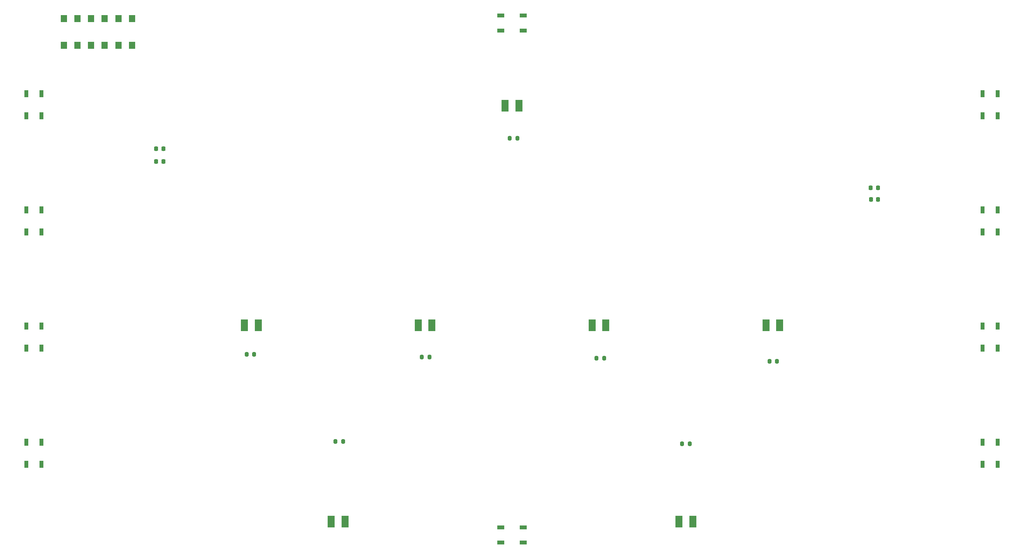
<source format=gtp>
G04 #@! TF.GenerationSoftware,KiCad,Pcbnew,7.0.8*
G04 #@! TF.CreationDate,2023-11-04T04:32:00-07:00*
G04 #@! TF.ProjectId,picovoltexv2,7069636f-766f-46c7-9465-7876322e6b69,rev?*
G04 #@! TF.SameCoordinates,Original*
G04 #@! TF.FileFunction,Paste,Top*
G04 #@! TF.FilePolarity,Positive*
%FSLAX46Y46*%
G04 Gerber Fmt 4.6, Leading zero omitted, Abs format (unit mm)*
G04 Created by KiCad (PCBNEW 7.0.8) date 2023-11-04 04:32:00*
%MOMM*%
%LPD*%
G01*
G04 APERTURE LIST*
G04 Aperture macros list*
%AMRoundRect*
0 Rectangle with rounded corners*
0 $1 Rounding radius*
0 $2 $3 $4 $5 $6 $7 $8 $9 X,Y pos of 4 corners*
0 Add a 4 corners polygon primitive as box body*
4,1,4,$2,$3,$4,$5,$6,$7,$8,$9,$2,$3,0*
0 Add four circle primitives for the rounded corners*
1,1,$1+$1,$2,$3*
1,1,$1+$1,$4,$5*
1,1,$1+$1,$6,$7*
1,1,$1+$1,$8,$9*
0 Add four rect primitives between the rounded corners*
20,1,$1+$1,$2,$3,$4,$5,0*
20,1,$1+$1,$4,$5,$6,$7,0*
20,1,$1+$1,$6,$7,$8,$9,0*
20,1,$1+$1,$8,$9,$2,$3,0*%
G04 Aperture macros list end*
%ADD10R,0.900000X1.500000*%
%ADD11R,1.500000X0.900000*%
%ADD12RoundRect,0.200000X-0.200000X-0.275000X0.200000X-0.275000X0.200000X0.275000X-0.200000X0.275000X0*%
%ADD13RoundRect,0.200000X0.200000X0.275000X-0.200000X0.275000X-0.200000X-0.275000X0.200000X-0.275000X0*%
%ADD14R,1.500000X2.600000*%
%ADD15R,1.400000X1.650000*%
%ADD16RoundRect,0.225000X0.225000X0.250000X-0.225000X0.250000X-0.225000X-0.250000X0.225000X-0.250000X0*%
%ADD17RoundRect,0.225000X-0.225000X-0.250000X0.225000X-0.250000X0.225000X0.250000X-0.225000X0.250000X0*%
G04 APERTURE END LIST*
D10*
X46250000Y-60870000D03*
X49550000Y-60870000D03*
X49550000Y-55970000D03*
X46250000Y-55970000D03*
X46250000Y-86270000D03*
X49550000Y-86270000D03*
X49550000Y-81370000D03*
X46250000Y-81370000D03*
X46250000Y-111670000D03*
X49550000Y-111670000D03*
X49550000Y-106770000D03*
X46250000Y-106770000D03*
X46250000Y-137070000D03*
X49550000Y-137070000D03*
X49550000Y-132170000D03*
X46250000Y-132170000D03*
D11*
X154850000Y-154170000D03*
X154850000Y-150870000D03*
X149950000Y-150870000D03*
X149950000Y-154170000D03*
D10*
X258550000Y-132170000D03*
X255250000Y-132170000D03*
X255250000Y-137070000D03*
X258550000Y-137070000D03*
X258550000Y-106770000D03*
X255250000Y-106770000D03*
X255250000Y-111670000D03*
X258550000Y-111670000D03*
X258550000Y-81370000D03*
X255250000Y-81370000D03*
X255250000Y-86270000D03*
X258550000Y-86270000D03*
X258550000Y-55970000D03*
X255250000Y-55970000D03*
X255250000Y-60870000D03*
X258550000Y-60870000D03*
D11*
X149950000Y-38870000D03*
X149950000Y-42170000D03*
X154850000Y-42170000D03*
X154850000Y-38870000D03*
D12*
X94375000Y-113020000D03*
X96025000Y-113020000D03*
D13*
X153570000Y-65720000D03*
X151920000Y-65720000D03*
X172545000Y-113820000D03*
X170895000Y-113820000D03*
D14*
X188900000Y-149600000D03*
X191900000Y-149600000D03*
D15*
X54400000Y-45445000D03*
X54400000Y-39595000D03*
X57400000Y-45445000D03*
X57400000Y-39595000D03*
D16*
X232450000Y-79120000D03*
X230900000Y-79120000D03*
D14*
X169900000Y-106600000D03*
X172900000Y-106600000D03*
X112900000Y-149600000D03*
X115900000Y-149600000D03*
D16*
X76175000Y-70820000D03*
X74625000Y-70820000D03*
D13*
X115470000Y-132020000D03*
X113820000Y-132020000D03*
X134345000Y-113620000D03*
X132695000Y-113620000D03*
D14*
X150900000Y-58600000D03*
X153900000Y-58600000D03*
D15*
X60370000Y-45445000D03*
X60370000Y-39595000D03*
X63370000Y-45445000D03*
X63370000Y-39595000D03*
D13*
X191245000Y-132520000D03*
X189595000Y-132520000D03*
D15*
X66340000Y-45445000D03*
X66340000Y-39595000D03*
X69340000Y-45445000D03*
X69340000Y-39595000D03*
D13*
X210325000Y-114520000D03*
X208675000Y-114520000D03*
D16*
X232375000Y-76620000D03*
X230825000Y-76620000D03*
D14*
X131900000Y-106600000D03*
X134900000Y-106600000D03*
D17*
X74625000Y-68020000D03*
X76175000Y-68020000D03*
D14*
X207900000Y-106600000D03*
X210900000Y-106600000D03*
X93900000Y-106600000D03*
X96900000Y-106600000D03*
M02*

</source>
